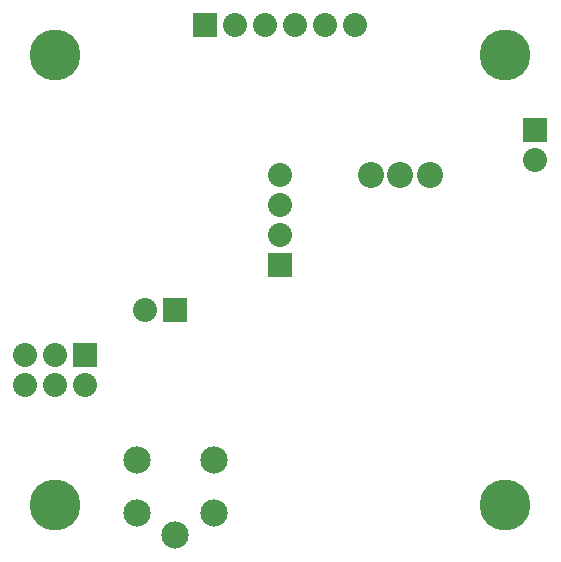
<source format=gbs>
G04 (created by PCBNEW-RS274X (2011-nov-30)-testing) date Mon 11 Jun 2012 06:03:41 PM EDT*
%MOIN*%
G04 Gerber Fmt 3.4, Leading zero omitted, Abs format*
%FSLAX34Y34*%
G01*
G70*
G90*
G04 APERTURE LIST*
%ADD10C,0.006*%
%ADD11R,0.08X0.08*%
%ADD12C,0.08*%
%ADD13C,0.0869*%
%ADD14C,0.0909*%
%ADD15C,0.17*%
G04 APERTURE END LIST*
G54D10*
G54D11*
X3500Y7500D03*
G54D12*
X3500Y6500D03*
X2500Y7500D03*
X2500Y6500D03*
X1500Y7500D03*
X1500Y6500D03*
G54D11*
X7500Y18500D03*
G54D12*
X8500Y18500D03*
X9500Y18500D03*
X10500Y18500D03*
X11500Y18500D03*
X12500Y18500D03*
G54D11*
X18500Y15000D03*
G54D12*
X18500Y14000D03*
G54D13*
X14984Y13500D03*
X14000Y13500D03*
X13016Y13500D03*
G54D11*
X10000Y10500D03*
G54D12*
X10000Y11500D03*
X10000Y12500D03*
X10000Y13500D03*
G54D11*
X6500Y9000D03*
G54D12*
X5500Y9000D03*
G54D14*
X5220Y4000D03*
X7780Y4000D03*
X5220Y2228D03*
X7780Y2228D03*
X6500Y1500D03*
G54D15*
X17500Y17500D03*
X2500Y17500D03*
X2500Y2500D03*
X17500Y2500D03*
M02*

</source>
